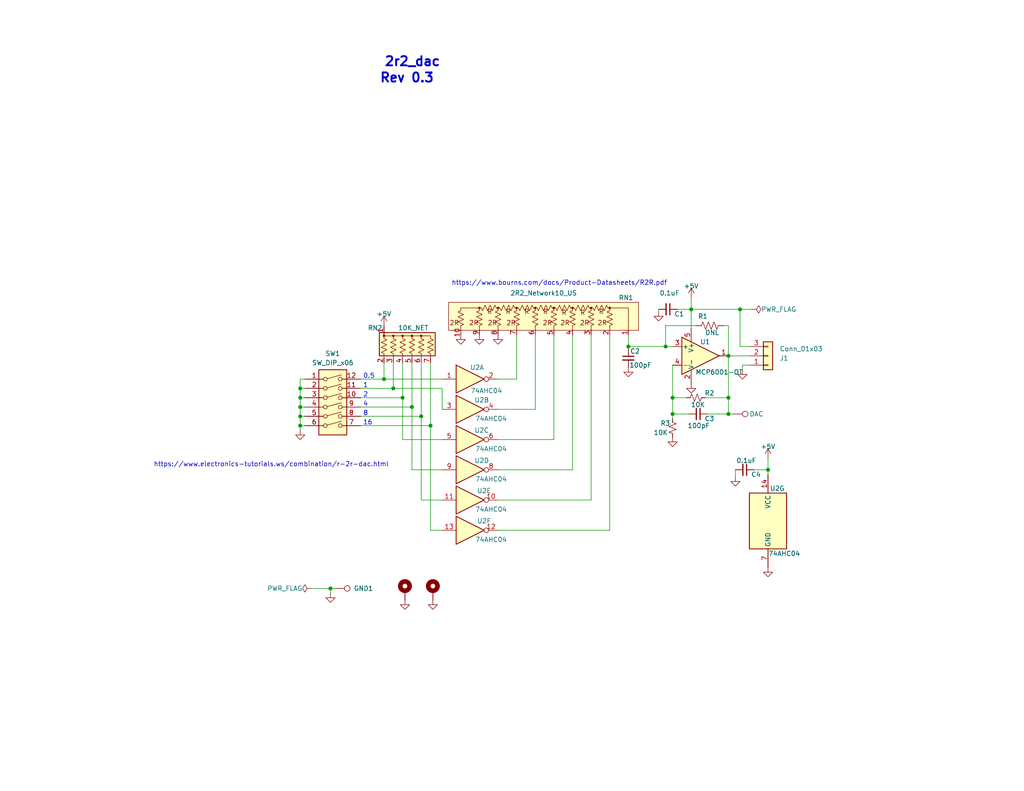
<source format=kicad_sch>
(kicad_sch (version 20230121) (generator eeschema)
  (paper "USLetter")
  (title_block (title "2r2_dac") (date "2023-08-03") (rev "0.3"))
  (lib_symbols
    (symbol "2R2_net_1" (pin_names (offset 0) hide)
      (property "Reference" "RN" (at -0.254 7.112 0))
      (property "Value" "2R2_Network10_US" (at -8.382 2.032 90))
      (symbol "2R2_net_1_0_1"
        (rectangle (start -4.826 6.604) (end -4.826 6.604))
        (polyline (pts (xy -2.54 -1.27) (xy -2.54 4.826) (xy 2.54 4.826)))
        (polyline (pts (xy 38.862 4.826) (xy 43.18 4.826) (xy 42.926 4.826)))
        (polyline (pts (xy 2.286 4.826) (xy 3.048 4.826) (xy 3.4036 5.588) (xy 4.064 4.064) (xy 4.7244 5.588) (xy 5.588 4.064) (xy 6.096 5.588) (xy 6.7564 4.064) (xy 7.112 4.826) (xy 7.62 4.826)))
        (polyline (pts (xy 2.54 4.826) (xy 2.54 4.064) (xy 3.302 3.7084) (xy 1.778 3.048) (xy 3.302 2.3876) (xy 1.778 1.7018) (xy 3.302 1.016) (xy 1.778 0.3556) (xy 2.54 0) (xy 2.54 -1.27)))
        (polyline (pts (xy 7.366 4.826) (xy 8.128 4.826) (xy 8.4836 5.588) (xy 9.144 4.064) (xy 9.8044 5.588) (xy 10.4902 4.064) (xy 11.176 5.588) (xy 11.8364 4.064) (xy 12.192 4.826) (xy 13.208 4.826)))
        (polyline (pts (xy 7.62 4.826) (xy 7.62 4.064) (xy 8.382 3.7084) (xy 6.858 3.048) (xy 8.382 2.3876) (xy 6.858 1.7018) (xy 8.382 1.016) (xy 6.858 0.3556) (xy 7.62 0) (xy 7.62 -1.27)))
        (polyline (pts (xy 12.446 4.826) (xy 13.208 4.826) (xy 13.5636 5.588) (xy 14.224 4.064) (xy 14.8844 5.588) (xy 15.5702 4.064) (xy 16.256 5.588) (xy 16.9164 4.064) (xy 17.272 4.826) (xy 18.288 4.826)))
        (polyline (pts (xy 12.7 4.826) (xy 12.7 4.064) (xy 13.462 3.7084) (xy 11.938 3.048) (xy 13.462 2.3876) (xy 11.938 1.7018) (xy 13.462 1.016) (xy 11.938 0.3556) (xy 12.7 0) (xy 12.7 -1.27)))
        (polyline (pts (xy 17.526 4.826) (xy 18.288 4.826) (xy 18.6436 5.588) (xy 19.304 4.064) (xy 19.9644 5.588) (xy 20.6502 4.064) (xy 21.336 5.588) (xy 21.9964 4.064) (xy 22.352 4.826) (xy 22.86 4.826)))
        (polyline (pts (xy 17.78 4.826) (xy 17.78 4.064) (xy 18.542 3.7084) (xy 17.018 3.048) (xy 18.542 2.3876) (xy 17.018 1.7018) (xy 18.542 1.016) (xy 17.018 0.3556) (xy 17.78 0) (xy 17.78 -1.27)))
        (polyline (pts (xy 22.606 4.826) (xy 23.368 4.826) (xy 23.7236 5.588) (xy 24.384 4.064) (xy 25.0444 5.588) (xy 25.7302 4.064) (xy 26.416 5.588) (xy 27.0764 4.064) (xy 27.432 4.826) (xy 27.94 4.826)))
        (polyline (pts (xy 22.86 4.826) (xy 22.86 4.064) (xy 23.622 3.7084) (xy 22.098 3.048) (xy 23.622 2.3876) (xy 22.098 1.7018) (xy 23.622 1.016) (xy 22.098 0.3556) (xy 22.86 0) (xy 22.86 -1.27)))
        (polyline (pts (xy 27.686 4.826) (xy 28.448 4.826) (xy 28.8036 5.588) (xy 29.464 4.064) (xy 30.1244 5.588) (xy 30.8102 4.064) (xy 31.496 5.588) (xy 32.1564 4.064) (xy 32.512 4.826) (xy 33.02 4.826)))
        (polyline (pts (xy 27.94 4.826) (xy 27.94 4.064) (xy 28.702 3.7084) (xy 27.178 3.048) (xy 28.702 2.3876) (xy 27.178 1.7018) (xy 28.702 1.016) (xy 27.178 0.3556) (xy 27.94 0) (xy 27.94 -1.27)))
        (polyline (pts (xy 32.766 4.826) (xy 33.528 4.826) (xy 33.8836 5.588) (xy 34.544 4.064) (xy 35.2044 5.588) (xy 35.8902 4.064) (xy 36.576 5.588) (xy 37.2364 4.064) (xy 37.592 4.826) (xy 38.862 4.826)))
        (polyline (pts (xy 33.02 4.826) (xy 33.02 4.064) (xy 33.782 3.7084) (xy 32.258 3.048) (xy 33.782 2.3876) (xy 32.258 1.7018) (xy 33.782 1.016) (xy 32.258 0.3556) (xy 33.02 0) (xy 33.02 -1.27)))
        (polyline (pts (xy 38.1 4.826) (xy 38.1 4.064) (xy 38.862 3.7084) (xy 37.338 3.048) (xy 38.862 2.3876) (xy 37.338 1.7018) (xy 38.862 1.016) (xy 37.338 0.3556) (xy 38.1 0) (xy 38.1 -1.27)))
        (polyline (pts (xy 43.18 4.826) (xy 43.18 4.064) (xy 43.942 3.7084) (xy 42.418 3.048) (xy 43.942 2.3876) (xy 42.418 1.7018) (xy 43.942 1.016) (xy 42.418 0.3556) (xy 43.18 0) (xy 43.18 -1.27)))
        (circle (center 2.54 4.826) (radius 0.254) (fill (type outline)))
        (circle (center 7.62 4.826) (radius 0.254) (fill (type outline)))
        (circle (center 12.7 4.826) (radius 0.254) (fill (type outline)))
        (circle (center 17.78 4.826) (radius 0.254) (fill (type outline)))
        (circle (center 22.86 4.826) (radius 0.254) (fill (type outline)))
        (circle (center 27.94 4.826) (radius 0.254) (fill (type outline)))
        (circle (center 33.02 4.826) (radius 0.254) (fill (type outline)))
        (circle (center 38.1 4.826) (radius 0.254) (fill (type outline)))
      )
      (symbol "2R2_net_1_1_0"
        (pin passive line (at 2.54 -2.54 90) (length 1.27) (name "MSB_1") (number "2"))
      )
      (symbol "2R2_net_1_1_1"
        (rectangle (start -5.334 6.35) (end 46.482 -1.27) (fill (type background)))
        (text "2R" (at 4.572 0.762 0) (effects (font (size 1.27 1.27))))
        (text "2R" (at 9.398 0.762 0) (effects (font (size 1.27 1.27))))
        (text "2R" (at 14.732 0.762 0) (effects (font (size 1.27 1.27))))
        (text "2R" (at 19.558 0.762 0) (effects (font (size 1.27 1.27))))
        (text "2R" (at 29.464 0.762 0) (effects (font (size 1.27 1.27))))
        (text "2R" (at 34.544 0.762 0) (effects (font (size 1.27 1.27))))
        (text "2R" (at 39.624 0.762 0) (effects (font (size 1.27 1.27))))
        (text "2R" (at 44.958 0.762 0) (effects (font (size 1.27 1.27))))
        (text "R" (at 4.826 3.81 0) (effects (font (size 1.27 1.27))))
        (text "R" (at 9.906 3.556 0) (effects (font (size 1.27 1.27))))
        (text "R" (at 14.986 3.556 0) (effects (font (size 1.27 1.27))))
        (text "R" (at 20.066 3.81 0) (effects (font (size 1.27 1.27))))
        (text "R" (at 25.146 3.81 0) (effects (font (size 1.27 1.27))))
        (text "R" (at 30.226 3.81 0) (effects (font (size 1.27 1.27))))
        (text "R" (at 35.306 3.81 0) (effects (font (size 1.27 1.27))))
        (pin input line (at -2.54 -2.54 90) (length 1.27) (name "BIT_OUT") (number "1"))
        (pin passive line (at 43.18 -2.54 90) (length 1.27) (name "R10") (number "10"))
        (pin passive line (at 7.62 -2.54 90) (length 1.27) (name "2") (number "3"))
        (pin passive line (at 12.7 -2.54 90) (length 1.27) (name "R3") (number "4"))
        (pin passive line (at 17.78 -2.54 90) (length 1.27) (name "R4") (number "5"))
        (pin passive line (at 22.86 -2.54 90) (length 1.27) (name "R5") (number "6"))
        (pin passive line (at 27.94 -2.54 90) (length 1.27) (name "R6") (number "7"))
        (pin passive line (at 33.02 -2.54 90) (length 1.27) (name "R7") (number "8"))
        (pin passive line (at 38.1 -2.54 90) (length 1.27) (name "R8") (number "9"))
      )
    )
    (symbol "74xx:74AHC04"
      (property "Reference" "U" (at 0 1.27 0))
      (property "Value" "74AHC04" (at 0 -1.27 0))
      (symbol "74AHC04_1_0"
        (polyline (pts (xy -3.81 3.81) (xy -3.81 -3.81) (xy 3.81 0) (xy -3.81 3.81)) (stroke (width 0.254)) (fill (type background)))
        (pin input line (at -7.62 0 0) (length 3.81) (name "~") (number "1"))
        (pin output inverted (at 7.62 0 180) (length 3.81) (name "~") (number "2"))
      )
      (symbol "74AHC04_2_0"
        (polyline (pts (xy -3.81 3.81) (xy -3.81 -3.81) (xy 3.81 0) (xy -3.81 3.81)) (stroke (width 0.254)) (fill (type background)))
        (pin input line (at -7.62 0 0) (length 3.81) (name "~") (number "3"))
        (pin output inverted (at 7.62 0 180) (length 3.81) (name "~") (number "4"))
      )
      (symbol "74AHC04_3_0"
        (polyline (pts (xy -3.81 3.81) (xy -3.81 -3.81) (xy 3.81 0) (xy -3.81 3.81)) (stroke (width 0.254)) (fill (type background)))
        (pin input line (at -7.62 0 0) (length 3.81) (name "~") (number "5"))
        (pin output inverted (at 7.62 0 180) (length 3.81) (name "~") (number "6"))
      )
      (symbol "74AHC04_4_0"
        (polyline (pts (xy -3.81 3.81) (xy -3.81 -3.81) (xy 3.81 0) (xy -3.81 3.81)) (stroke (width 0.254)) (fill (type background)))
        (pin output inverted (at 7.62 0 180) (length 3.81) (name "~") (number "8"))
        (pin input line (at -7.62 0 0) (length 3.81) (name "~") (number "9"))
      )
      (symbol "74AHC04_5_0"
        (polyline (pts (xy -3.81 3.81) (xy -3.81 -3.81) (xy 3.81 0) (xy -3.81 3.81)) (stroke (width 0.254)) (fill (type background)))
        (pin output inverted (at 7.62 0 180) (length 3.81) (name "~") (number "10"))
        (pin input line (at -7.62 0 0) (length 3.81) (name "~") (number "11"))
      )
      (symbol "74AHC04_6_0"
        (polyline (pts (xy -3.81 3.81) (xy -3.81 -3.81) (xy 3.81 0) (xy -3.81 3.81)) (stroke (width 0.254)) (fill (type background)))
        (pin output inverted (at 7.62 0 180) (length 3.81) (name "~") (number "12"))
        (pin input line (at -7.62 0 0) (length 3.81) (name "~") (number "13"))
      )
      (symbol "74AHC04_7_0"
        (pin power_in line (at 0 12.7 270) (length 5.08) (name "VCC") (number "14"))
        (pin power_in line (at 0 -12.7 90) (length 5.08) (name "GND") (number "7"))
      )
      (symbol "74AHC04_7_1"
        (rectangle (start -5.08 7.62) (end 5.08 -7.62) (stroke (width 0.254)) (fill (type background)))
      )
    )
    (symbol "Amplifier_Operational:MCP6001-OT" (pin_names (offset 0.127))
      (property "Reference" "U" (at -1.27 6.35 0))
      (property "Value" "MCP6001-OT" (at -1.27 3.81 0))
      (symbol "MCP6001-OT_0_1"
        (polyline (pts (xy -5.08 5.08) (xy 5.08 0) (xy -5.08 -5.08) (xy -5.08 5.08)) (stroke (width 0.254)) (fill (type background)))
        (pin power_in line (at -2.54 -7.62 90) (length 3.81) (name "V-") (number "2"))
        (pin power_in line (at -2.54 7.62 270) (length 3.81) (name "V+") (number "5"))
      )
      (symbol "MCP6001-OT_1_1"
        (pin output line (at 7.62 0 180) (length 2.54) (name "~") (number "1"))
        (pin input line (at -7.62 2.54 0) (length 2.54) (name "+") (number "3"))
        (pin input line (at -7.62 -2.54 0) (length 2.54) (name "-") (number "4"))
      )
    )
    (symbol "Connector:TestPoint" (pin_numbers hide) (pin_names (offset 0.762) hide)
      (property "Reference" "TP" (at 0 6.858 0))
      (property "Value" "TestPoint" (at 0 5.08 0))
      (symbol "TestPoint_0_1"
        (circle (center 0 3.302) (radius 0.762))
      )
      (symbol "TestPoint_1_1"
        (pin passive line (at 0 0 90) (length 2.54) (name "1") (number "1"))
      )
    )
    (symbol "Connector_Generic:Conn_01x03" (pin_names (offset 1.016) hide)
      (property "Reference" "J" (at 0 5.08 0))
      (property "Value" "Conn_01x03" (at 0 -5.08 0))
      (symbol "Conn_01x03_1_1"
        (rectangle (start -1.27 -2.413) (end 0 -2.667) (stroke (width 0.1524)))
        (rectangle (start -1.27 0.127) (end 0 -0.127) (stroke (width 0.1524)))
        (rectangle (start -1.27 2.667) (end 0 2.413) (stroke (width 0.1524)))
        (rectangle (start -1.27 3.81) (end 1.27 -3.81) (stroke (width 0.254)) (fill (type background)))
        (pin passive line (at -5.08 2.54 0) (length 3.81) (name "Pin_1") (number "1"))
        (pin passive line (at -5.08 0 0) (length 3.81) (name "Pin_2") (number "2"))
        (pin passive line (at -5.08 -2.54 0) (length 3.81) (name "Pin_3") (number "3"))
      )
    )
    (symbol "Device:C_Small" (pin_numbers hide) (pin_names (offset 0.254) hide)
      (property "Reference" "C" (at 0.254 1.778 0))
      (property "Value" "C_Small" (at 0.254 -2.032 0))
      (symbol "C_Small_0_1"
        (polyline (pts (xy -1.524 -0.508) (xy 1.524 -0.508)) (stroke (width 0.3302)))
        (polyline (pts (xy -1.524 0.508) (xy 1.524 0.508)) (stroke (width 0.3048)))
      )
      (symbol "C_Small_1_1"
        (pin passive line (at 0 2.54 270) (length 2.032) (name "~") (number "1"))
        (pin passive line (at 0 -2.54 90) (length 2.032) (name "~") (number "2"))
      )
    )
    (symbol "Device:R_Network06_US" (pin_names (offset 0) hide)
      (property "Reference" "RN" (at -10.16 0 90))
      (property "Value" "R_Network06_US" (at 7.62 0 90))
      (symbol "R_Network06_US_0_1"
        (rectangle (start -8.89 -3.175) (end 6.35 3.175) (stroke (width 0.254)) (fill (type background)))
        (circle (center -7.62 2.286) (radius 0.254) (fill (type outline)))
        (circle (center -5.08 2.286) (radius 0.254) (fill (type outline)))
        (circle (center -2.54 2.286) (radius 0.254) (fill (type outline)))
        (polyline (pts (xy -7.62 2.286) (xy 5.08 2.286)))
        (polyline (pts (xy -7.62 2.286) (xy -7.62 1.524) (xy -6.858 1.1684) (xy -8.382 0.508) (xy -6.858 -0.1524) (xy -8.382 -0.8382) (xy -6.858 -1.524) (xy -8.382 -2.1844) (xy -7.62 -2.54) (xy -7.62 -3.81)))
        (polyline (pts (xy -5.08 2.286) (xy -5.08 1.524) (xy -4.318 1.1684) (xy -5.842 0.508) (xy -4.318 -0.1524) (xy -5.842 -0.8382) (xy -4.318 -1.524) (xy -5.842 -2.1844) (xy -5.08 -2.54) (xy -5.08 -3.81)))
        (polyline (pts (xy -2.54 2.286) (xy -2.54 1.524) (xy -1.778 1.1684) (xy -3.302 0.508) (xy -1.778 -0.1524) (xy -3.302 -0.8382) (xy -1.778 -1.524) (xy -3.302 -2.1844) (xy -2.54 -2.54) (xy -2.54 -3.81)))
        (polyline (pts (xy 0 2.286) (xy 0 1.524) (xy 0.762 1.1684) (xy -0.762 0.508) (xy 0.762 -0.1524) (xy -0.762 -0.8382) (xy 0.762 -1.524) (xy -0.762 -2.1844) (xy 0 -2.54) (xy 0 -3.81)))
        (polyline (pts (xy 2.54 2.286) (xy 2.54 1.524) (xy 3.302 1.1684) (xy 1.778 0.508) (xy 3.302 -0.1524) (xy 1.778 -0.8382) (xy 3.302 -1.524) (xy 1.778 -2.1844) (xy 2.54 -2.54) (xy 2.54 -3.81)))
        (polyline (pts (xy 5.08 2.286) (xy 5.08 1.524) (xy 5.842 1.1684) (xy 4.318 0.508) (xy 5.842 -0.1524) (xy 4.318 -0.8382) (xy 5.842 -1.524) (xy 4.318 -2.1844) (xy 5.08 -2.54) (xy 5.08 -3.81)))
        (circle (center 0 2.286) (radius 0.254) (fill (type outline)))
        (circle (center 2.54 2.286) (radius 0.254) (fill (type outline)))
      )
      (symbol "R_Network06_US_1_1"
        (pin passive line (at -7.62 5.08 270) (length 2.54) (name "common") (number "1"))
        (pin passive line (at -7.62 -5.08 90) (length 1.27) (name "R1") (number "2"))
        (pin passive line (at -5.08 -5.08 90) (length 1.27) (name "R2") (number "3"))
        (pin passive line (at -2.54 -5.08 90) (length 1.27) (name "R3") (number "4"))
        (pin passive line (at 0 -5.08 90) (length 1.27) (name "R4") (number "5"))
        (pin passive line (at 2.54 -5.08 90) (length 1.27) (name "R5") (number "6"))
        (pin passive line (at 5.08 -5.08 90) (length 1.27) (name "R6") (number "7"))
      )
    )
    (symbol "Device:R_Small_US" (pin_numbers hide) (pin_names (offset 0.254) hide)
      (property "Reference" "R" (at 0.762 0.508 0))
      (property "Value" "R_Small_US" (at 0.762 -1.016 0))
      (symbol "R_Small_US_1_1"
        (polyline (pts (xy 0 0) (xy 1.016 -0.381) (xy 0 -0.762) (xy -1.016 -1.143) (xy 0 -1.524)))
        (polyline (pts (xy 0 1.524) (xy 1.016 1.143) (xy 0 0.762) (xy -1.016 0.381) (xy 0 0)))
        (pin passive line (at 0 2.54 270) (length 1.016) (name "~") (number "1"))
        (pin passive line (at 0 -2.54 90) (length 1.016) (name "~") (number "2"))
      )
    )
    (symbol "Device:R_US" (pin_numbers hide) (pin_names (offset 0))
      (property "Reference" "R" (at 2.54 0 90))
      (property "Value" "R_US" (at -2.54 0 90))
      (symbol "R_US_0_1"
        (polyline (pts (xy 0 -2.286) (xy 0 -2.54)))
        (polyline (pts (xy 0 2.286) (xy 0 2.54)))
        (polyline (pts (xy 0 -0.762) (xy 1.016 -1.143) (xy 0 -1.524) (xy -1.016 -1.905) (xy 0 -2.286)))
        (polyline (pts (xy 0 0.762) (xy 1.016 0.381) (xy 0 0) (xy -1.016 -0.381) (xy 0 -0.762)))
        (polyline (pts (xy 0 2.286) (xy 1.016 1.905) (xy 0 1.524) (xy -1.016 1.143) (xy 0 0.762)))
      )
      (symbol "R_US_1_1"
        (pin passive line (at 0 3.81 270) (length 1.27) (name "~") (number "1"))
        (pin passive line (at 0 -3.81 90) (length 1.27) (name "~") (number "2"))
      )
    )
    (symbol "Mechanical:MountingHole_Pad" (pin_numbers hide) (pin_names (offset 1.016) hide)
      (property "Reference" "H" (at 0 6.35 0))
      (property "Value" "MountingHole_Pad" (at 0 4.445 0))
      (symbol "MountingHole_Pad_0_1"
        (circle (center 0 1.27) (radius 1.27) (stroke (width 1.27)))
      )
      (symbol "MountingHole_Pad_1_1"
        (pin input line (at 0 -2.54 90) (length 2.54) (name "1") (number "1"))
      )
    )
    (symbol "Switch:SW_DIP_x06" (pin_names (offset 0) hide)
      (property "Reference" "SW" (at 0 11.43 0))
      (property "Value" "SW_DIP_x06" (at 0 -8.89 0))
      (symbol "SW_DIP_x06_0_0"
        (circle (center -2.032 -5.08) (radius 0.508))
        (circle (center -2.032 -2.54) (radius 0.508))
        (circle (center -2.032 0) (radius 0.508))
        (circle (center -2.032 2.54) (radius 0.508))
        (circle (center -2.032 5.08) (radius 0.508))
        (circle (center -2.032 7.62) (radius 0.508))
        (polyline (pts (xy -1.524 -4.9276) (xy 2.3622 -3.8862)))
        (polyline (pts (xy -1.524 -2.3876) (xy 2.3622 -1.3462)))
        (polyline (pts (xy -1.524 0.127) (xy 2.3622 1.1684)))
        (polyline (pts (xy -1.524 2.667) (xy 2.3622 3.7084)))
        (polyline (pts (xy -1.524 5.207) (xy 2.3622 6.2484)))
        (polyline (pts (xy -1.524 7.747) (xy 2.3622 8.7884)))
        (circle (center 2.032 -5.08) (radius 0.508))
        (circle (center 2.032 -2.54) (radius 0.508))
        (circle (center 2.032 0) (radius 0.508))
        (circle (center 2.032 2.54) (radius 0.508))
        (circle (center 2.032 5.08) (radius 0.508))
        (circle (center 2.032 7.62) (radius 0.508))
      )
      (symbol "SW_DIP_x06_0_1"
        (rectangle (start -3.81 10.16) (end 3.81 -7.62) (stroke (width 0.254)) (fill (type background)))
      )
      (symbol "SW_DIP_x06_1_1"
        (pin passive line (at -7.62 7.62 0) (length 5.08) (name "~") (number "1"))
        (pin passive line (at 7.62 2.54 180) (length 5.08) (name "~") (number "10"))
        (pin passive line (at 7.62 5.08 180) (length 5.08) (name "~") (number "11"))
        (pin passive line (at 7.62 7.62 180) (length 5.08) (name "~") (number "12"))
        (pin passive line (at -7.62 5.08 0) (length 5.08) (name "~") (number "2"))
        (pin passive line (at -7.62 2.54 0) (length 5.08) (name "~") (number "3"))
        (pin passive line (at -7.62 0 0) (length 5.08) (name "~") (number "4"))
        (pin passive line (at -7.62 -2.54 0) (length 5.08) (name "~") (number "5"))
        (pin passive line (at -7.62 -5.08 0) (length 5.08) (name "~") (number "6"))
        (pin passive line (at 7.62 -5.08 180) (length 5.08) (name "~") (number "7"))
        (pin passive line (at 7.62 -2.54 180) (length 5.08) (name "~") (number "8"))
        (pin passive line (at 7.62 0 180) (length 5.08) (name "~") (number "9"))
      )
    )
    (symbol "power:+5V" (power) (pin_names (offset 0))
      (property "Value" "+5V" (at 0 3.556 0))
      (symbol "+5V_0_1"
        (polyline (pts (xy -0.762 1.27) (xy 0 2.54)))
        (polyline (pts (xy 0 0) (xy 0 2.54)))
        (polyline (pts (xy 0 2.54) (xy 0.762 1.27)))
      )
      (symbol "+5V_1_1"
        (pin power_in line (at 0 0 90) (length 0) hide (name "+5V") (number "1"))
      )
    )
    (symbol "power:GND" (power) (pin_names (offset 0))
      (property "Value" "GND" (at 0 -3.81 0))
      (symbol "GND_0_1"
        (polyline (pts (xy 0 0) (xy 0 -1.27) (xy 1.27 -1.27) (xy 0 -2.54) (xy -1.27 -1.27) (xy 0 -1.27)))
      )
      (symbol "GND_1_1"
        (pin power_in line (at 0 0 270) (length 0) hide (name "GND") (number "1"))
      )
    )
    (symbol "power:PWR_FLAG" (power) (pin_numbers hide) (pin_names (offset 0) hide)
      (property "Value" "PWR_FLAG" (at 0 3.81 0))
      (symbol "PWR_FLAG_0_0"
        (pin power_out line (at 0 0 90) (length 0) (name "pwr") (number "1"))
      )
      (symbol "PWR_FLAG_0_1"
        (polyline (pts (xy 0 0) (xy 0 1.27) (xy -1.016 1.905) (xy 0 2.54) (xy 1.016 1.905) (xy 0 1.27)))
      )
    )
  )
  (junction (at 171.45 94.615))
  (junction (at 114.935 113.665))
  (junction (at 90.17 160.655))
  (junction (at 81.915 116.205))
  (junction (at 181.61 94.615))
  (junction (at 81.915 113.665))
  (junction (at 201.93 84.455))
  (junction (at 198.755 113.03))
  (junction (at 81.915 108.585))
  (junction (at 104.775 103.505))
  (junction (at 209.55 128.27))
  (junction (at 117.475 116.205))
  (junction (at 198.755 108.585))
  (junction (at 81.915 106.045))
  (junction (at 109.855 108.585))
  (junction (at 198.755 97.155))
  (junction (at 183.515 108.585))
  (junction (at 107.315 106.045))
  (junction (at 112.395 111.125))
  (junction (at 183.515 113.03))
  (junction (at 188.595 84.455))
  (junction (at 81.915 111.125))
  (wire (pts (xy 81.915 113.665) (xy 81.915 116.205)))
  (wire (pts (xy 135.89 136.525) (xy 161.29 136.525)))
  (wire (pts (xy 192.405 108.585) (xy 198.755 108.585)))
  (wire (pts (xy 166.37 91.44) (xy 166.37 144.78)))
  (wire (pts (xy 171.45 94.615) (xy 171.45 95.25)))
  (wire (pts (xy 135.89 120.015) (xy 151.13 120.015)))
  (wire (pts (xy 205.74 128.27) (xy 209.55 128.27)))
  (wire (pts (xy 135.89 111.76) (xy 146.05 111.76)))
  (wire (pts (xy 146.05 91.44) (xy 146.05 111.76)))
  (wire (pts (xy 183.515 113.03) (xy 183.515 114.3)))
  (wire (pts (xy 98.425 111.125) (xy 112.395 111.125)))
  (wire (pts (xy 135.89 103.505) (xy 140.97 103.505)))
  (wire (pts (xy 183.515 108.585) (xy 183.515 113.03)))
  (wire (pts (xy 81.915 108.585) (xy 83.185 108.585)))
  (wire (pts (xy 187.325 108.585) (xy 183.515 108.585)))
  (wire (pts (xy 198.755 97.155) (xy 204.47 97.155)))
  (wire (pts (xy 114.935 99.06) (xy 114.935 113.665)))
  (wire (pts (xy 98.425 106.045) (xy 107.315 106.045)))
  (wire (pts (xy 171.45 91.44) (xy 171.45 94.615)))
  (wire (pts (xy 201.93 84.455) (xy 205.105 84.455)))
  (wire (pts (xy 197.485 88.9) (xy 198.755 88.9)))
  (wire (pts (xy 109.855 99.06) (xy 109.855 108.585)))
  (wire (pts (xy 204.47 99.695) (xy 202.565 99.695)))
  (wire (pts (xy 98.425 113.665) (xy 114.935 113.665)))
  (wire (pts (xy 117.475 99.06) (xy 117.475 116.205)))
  (wire (pts (xy 202.565 99.695) (xy 202.565 100.965)))
  (wire (pts (xy 117.475 144.78) (xy 120.65 144.78)))
  (wire (pts (xy 81.915 116.205) (xy 81.915 117.475)))
  (wire (pts (xy 112.395 99.06) (xy 112.395 111.125)))
  (wire (pts (xy 81.915 111.125) (xy 83.185 111.125)))
  (wire (pts (xy 171.45 94.615) (xy 181.61 94.615)))
  (wire (pts (xy 90.17 160.655) (xy 90.17 161.925)))
  (wire (pts (xy 140.97 91.44) (xy 140.97 103.505)))
  (wire (pts (xy 104.775 103.505) (xy 120.65 103.505)))
  (wire (pts (xy 91.44 160.655) (xy 90.17 160.655)))
  (wire (pts (xy 112.395 128.27) (xy 120.65 128.27)))
  (wire (pts (xy 198.755 113.03) (xy 198.755 108.585)))
  (wire (pts (xy 81.915 116.205) (xy 83.185 116.205)))
  (wire (pts (xy 161.29 91.44) (xy 161.29 136.525)))
  (wire (pts (xy 81.915 111.125) (xy 81.915 113.665)))
  (wire (pts (xy 189.865 88.9) (xy 181.61 88.9)))
  (wire (pts (xy 81.915 113.665) (xy 83.185 113.665)))
  (wire (pts (xy 193.04 113.03) (xy 198.755 113.03)))
  (wire (pts (xy 183.515 108.585) (xy 183.515 99.695)))
  (wire (pts (xy 107.315 99.06) (xy 107.315 106.045)))
  (wire (pts (xy 81.915 106.045) (xy 81.915 108.585)))
  (wire (pts (xy 135.89 144.78) (xy 166.37 144.78)))
  (wire (pts (xy 98.425 103.505) (xy 104.775 103.505)))
  (wire (pts (xy 198.755 88.9) (xy 198.755 97.155)))
  (wire (pts (xy 98.425 108.585) (xy 109.855 108.585)))
  (wire (pts (xy 120.65 111.76) (xy 120.65 106.045)))
  (wire (pts (xy 81.915 108.585) (xy 81.915 111.125)))
  (wire (pts (xy 183.515 113.03) (xy 187.96 113.03)))
  (wire (pts (xy 156.21 91.44) (xy 156.21 128.27)))
  (wire (pts (xy 104.775 99.06) (xy 104.775 103.505)))
  (wire (pts (xy 109.855 120.015) (xy 120.65 120.015)))
  (wire (pts (xy 114.935 113.665) (xy 114.935 136.525)))
  (wire (pts (xy 83.185 103.505) (xy 81.915 103.505)))
  (wire (pts (xy 114.935 136.525) (xy 120.65 136.525)))
  (wire (pts (xy 188.595 81.28) (xy 188.595 84.455)))
  (wire (pts (xy 188.595 84.455) (xy 188.595 89.535)))
  (wire (pts (xy 209.55 128.27) (xy 209.55 129.54)))
  (wire (pts (xy 81.915 106.045) (xy 83.185 106.045)))
  (wire (pts (xy 198.755 108.585) (xy 198.755 97.155)))
  (wire (pts (xy 109.855 108.585) (xy 109.855 120.015)))
  (wire (pts (xy 201.93 84.455) (xy 201.93 94.615)))
  (wire (pts (xy 181.61 88.9) (xy 181.61 94.615)))
  (wire (pts (xy 184.785 84.455) (xy 188.595 84.455)))
  (wire (pts (xy 135.89 128.27) (xy 156.21 128.27)))
  (wire (pts (xy 179.705 84.455) (xy 179.705 85.09)))
  (wire (pts (xy 188.595 84.455) (xy 201.93 84.455)))
  (wire (pts (xy 209.55 125.095) (xy 209.55 128.27)))
  (wire (pts (xy 85.09 160.655) (xy 90.17 160.655)))
  (wire (pts (xy 151.13 91.44) (xy 151.13 120.015)))
  (wire (pts (xy 181.61 94.615) (xy 183.515 94.615)))
  (wire (pts (xy 201.93 94.615) (xy 204.47 94.615)))
  (wire (pts (xy 107.315 106.045) (xy 120.65 106.045)))
  (wire (pts (xy 117.475 116.205) (xy 117.475 144.78)))
  (wire (pts (xy 198.755 113.03) (xy 200.025 113.03)))
  (wire (pts (xy 98.425 116.205) (xy 117.475 116.205)))
  (wire (pts (xy 112.395 111.125) (xy 112.395 128.27)))
  (wire (pts (xy 81.915 103.505) (xy 81.915 106.045)))
  (wire (pts (xy 200.66 128.27) (xy 200.66 130.175)))
  (text "0.5" (at 99.06 103.505 0) (effects (font (size 1.27 1.27)) (justify left bottom)))
  (text "https://www.bourns.com/docs/Product-Datasheets/R2R.pdf" (at 123.19 78.105 0) (effects (font (size 1.27 1.27)) (justify left bottom)))
  (text "2r2_dac" (at 104.775 18.415 0) (effects (font (size 2.5 2.5) (thickness 0.5) bold) (justify left bottom)))
  (text "Rev 0.3" (at 103.505 22.86 0) (effects (font (size 2.5 2.5) bold) (justify left bottom)))
  (text "https://www.electronics-tutorials.ws/combination/r-2r-dac.html" (at 41.91 127.635 0) (effects (font (size 1.27 1.27)) (justify left bottom)))
  (text "1" (at 99.06 106.045 0) (effects (font (size 1.27 1.27)) (justify left bottom)))
  (text "2" (at 99.06 108.585 0) (effects (font (size 1.27 1.27)) (justify left bottom)))
  (text "16" (at 99.06 116.205 0) (effects (font (size 1.27 1.27)) (justify left bottom)))
  (text "4" (at 99.06 111.125 0) (effects (font (size 1.27 1.27)) (justify left bottom)))
  (text "8" (at 99.06 113.665 0) (effects (font (size 1.27 1.27)) (justify left bottom)))
  (symbol (lib_id "74xx:74AHC04") (at 209.55 142.24 0) (unit 7)
    (property "Reference" "U2" (at 212.09 133.35 0))
    (property "Value" "74AHC04" (at 213.995 151.13 0))
    (property "Footprint" "Package_SO:SOIC-14_3.9x8.7mm_P1.27mm" (effects hide))
    (property "Datasheet" "https://assets.nexperia.com/documents/data-sheet/74AHC_AHCT04.pdf" (effects hide))
  )
  (symbol (lib_id "Connector:TestPoint") (at 200.025 113.03 270) (unit 1) (in_bom no)
    (property "Reference" "DAC1" (effects hide))
    (property "Value" "DAC" (at 204.47 113.03 90) (effects (justify left)))
    (property "Footprint" "TestPoint:TestPoint_THTPad_D2.0mm_Drill1.0mm" (effects hide))
  )
  (symbol (lib_id "power:+5V") (at 104.775 88.9 0) (unit 1)
    (property "Reference" "#PWR03" (effects hide))
    (property "Value" "+5V" (at 104.775 85.725 0))
  )
  (symbol (lib_id "power:PWR_FLAG") (at 85.09 160.655 90) (unit 1)
    (property "Reference" "#FLG02" (effects hide))
    (property "Value" "PWR_FLAG" (at 82.55 160.655 90) (effects (justify left)))
  )
  (symbol (lib_id "Device:R_Small_US") (at 183.515 116.84 180) (unit 1) (in_bom no)
    (property "Reference" "R3" (at 182.88 115.57 0) (effects (justify left)))
    (property "Value" "10K" (at 182.245 118.11 0) (effects (justify left)))
    (property "Footprint" "Resistor_SMD:R_0603_1608Metric_Pad0.98x0.95mm_HandSolder" (effects hide))
    (property "Description" " RES 10K OHM %1 1/10W 0603 SMD" (effects hide))
  )
  (symbol (lib_id "Mechanical:MountingHole_Pad") (at 110.49 161.29 0) (unit 1) (in_bom no)
    (property "Reference" "H1" (effects hide))
    (property "Value" "MountingHole_Pad" (effects hide))
    (property "Footprint" "MountingHole:MountingHole_2.7mm_M2.5_ISO14580_Pad" (effects hide))
  )
  (symbol (lib_id "Amplifier_Operational:MCP6001-OT") (at 191.135 97.155 0) (unit 1)
    (property "Reference" "U1" (at 192.405 93.345 0))
    (property "Value" "MCP6001-OT" (at 196.215 101.6 0))
    (property "Footprint" "Package_TO_SOT_SMD:SOT-23-5" (effects hide))
    (property "Datasheet" "http://ww1.microchip.com/downloads/en/DeviceDoc/21733j.pdf" (effects hide))
  )
  (symbol (lib_id "power:+5V") (at 188.595 81.28 0) (unit 1)
    (property "Reference" "#PWR01" (effects hide))
    (property "Value" "+5V" (at 188.595 78.105 0))
  )
  (symbol (lib_id "power:GND") (at 81.915 117.475 0) (unit 1)
    (property "Reference" "#PWR010" (effects hide))
    (property "Value" "GND" (effects hide))
  )
  (symbol (lib_id "power:GND") (at 125.73 91.44 0) (unit 1)
    (property "Reference" "#PWR04" (effects hide))
    (property "Value" "GND" (effects hide))
  )
  (symbol (lib_id "power:GND") (at 135.89 91.44 0) (unit 1)
    (property "Reference" "#PWR06" (effects hide))
    (property "Value" "GND" (effects hide))
  )
  (symbol (lib_id "74xx:74AHC04") (at 128.27 120.015 0) (unit 3)
    (property "Reference" "U2" (at 131.445 117.475 0))
    (property "Value" "74AHC04" (at 133.985 122.555 0))
    (property "Footprint" "Package_SO:SOIC-14_3.9x8.7mm_P1.27mm" (effects hide))
    (property "Datasheet" "https://assets.nexperia.com/documents/data-sheet/74AHC_AHCT04.pdf" (effects hide))
  )
  (symbol (lib_id "power:GND") (at 202.565 100.965 0) (unit 1)
    (property "Reference" "#PWR08" (effects hide))
    (property "Value" "GND" (effects hide))
  )
  (symbol (lib_id "power:GND") (at 130.81 91.44 0) (unit 1)
    (property "Reference" "#PWR05" (effects hide))
    (property "Value" "GND" (effects hide))
  )
  (symbol (lib_name "2R2_net_1") (lib_id "jerrys_Library:2R2_net") (at 168.91 88.9 0) (mirror y) (unit 1)
    (property "Reference" "RN1" (at 170.815 81.28 0))
    (property "Value" "2R2_Network10_US" (at 148.336 80.01 0))
    (property "Footprint" "Resistor_THT:R_Array_SIP10" (effects hide))
    (property "Datasheet" "https://www.bourns.com/docs/Product-Datasheets/R2R.pdf" (effects hide))
  )
  (symbol (lib_id "Device:C_Small") (at 171.45 97.79 0) (unit 1)
    (property "Reference" "C2" (at 174.625 95.885 0) (effects (justify right)))
    (property "Value" "100pF" (at 177.8 99.695 0) (effects (justify right)))
    (property "Footprint" "Capacitor_SMD:C_0603_1608Metric_Pad1.08x0.95mm_HandSolder" (effects hide))
    (property "Description" "CAP CER, 100pF, 25V, X7R, 0603" (effects hide))
    (property "Vendor" "Digikey" (effects hide))
    (property "Vendor #" "1276-1017-1-ND" (effects hide))
  )
  (symbol (lib_id "Device:R_US") (at 193.675 88.9 90) (unit 1)
    (property "Reference" "R1" (at 191.77 86.36 90))
    (property "Value" "DNL" (at 194.31 90.805 90))
    (property "Footprint" "Resistor_SMD:R_0603_1608Metric_Pad0.98x0.95mm_HandSolder" (effects hide))
  )
  (symbol (lib_id "power:+5V") (at 209.55 125.095 0) (unit 1)
    (property "Reference" "#PWR012" (effects hide))
    (property "Value" "+5V" (at 209.55 121.92 0))
  )
  (symbol (lib_id "Switch:SW_DIP_x06") (at 90.805 111.125 0) (unit 1)
    (property "Reference" "SW1" (at 90.805 96.52 0))
    (property "Value" "SW_DIP_x06" (at 90.805 99.06 0))
    (property "Footprint" "Package_DIP:DIP-12_W7.62mm" (effects hide))
  )
  (symbol (lib_id "power:GND") (at 209.55 154.94 0) (unit 1)
    (property "Reference" "#PWR014" (effects hide))
    (property "Value" "GND" (effects hide))
  )
  (symbol (lib_id "Mechanical:MountingHole_Pad") (at 118.11 161.29 0) (unit 1) (in_bom no)
    (property "Reference" "H2" (effects hide))
    (property "Value" "MountingHole_Pad" (effects hide))
    (property "Footprint" "MountingHole:MountingHole_2.7mm_M2.5_ISO14580_Pad" (effects hide))
  )
  (symbol (lib_id "power:GND") (at 200.66 130.175 0) (unit 1)
    (property "Reference" "#PWR013" (effects hide))
    (property "Value" "GND" (effects hide))
  )
  (symbol (lib_id "power:PWR_FLAG") (at 205.105 84.455 270) (mirror x) (unit 1)
    (property "Reference" "#FLG01" (effects hide))
    (property "Value" "PWR_FLAG" (at 207.645 84.455 90) (effects (justify left)))
  )
  (symbol (lib_id "Device:R_Small_US") (at 189.865 108.585 90) (unit 1) (in_bom no)
    (property "Reference" "R2" (at 194.945 107.315 90) (effects (justify left)))
    (property "Value" "10K" (at 192.405 110.49 90) (effects (justify left)))
    (property "Footprint" "Resistor_SMD:R_0603_1608Metric_Pad0.98x0.95mm_HandSolder" (effects hide))
    (property "Description" " RES 10K OHM %1 1/10W 0603 SMD" (effects hide))
  )
  (symbol (lib_id "power:GND") (at 183.515 119.38 0) (unit 1)
    (property "Reference" "#PWR011" (effects hide))
    (property "Value" "GND" (effects hide))
  )
  (symbol (lib_id "power:GND") (at 179.705 85.09 0) (unit 1)
    (property "Reference" "#PWR02" (effects hide))
    (property "Value" "GND" (effects hide))
  )
  (symbol (lib_id "74xx:74AHC04") (at 128.27 103.505 0) (unit 1)
    (property "Reference" "U2" (at 130.175 100.33 0))
    (property "Value" "74AHC04" (at 132.715 106.68 0))
    (property "Footprint" "Package_SO:SOIC-14_3.9x8.7mm_P1.27mm" (effects hide))
    (property "Datasheet" "https://assets.nexperia.com/documents/data-sheet/74AHC_AHCT04.pdf" (effects hide))
  )
  (symbol (lib_id "power:GND") (at 110.49 163.83 0) (unit 1)
    (property "Reference" "#PWR015" (effects hide))
    (property "Value" "GND" (effects hide))
  )
  (symbol (lib_id "74xx:74AHC04") (at 128.27 128.27 0) (unit 4)
    (property "Reference" "U2" (at 131.445 125.73 0))
    (property "Value" "74AHC04" (at 133.985 130.81 0))
    (property "Footprint" "Package_SO:SOIC-14_3.9x8.7mm_P1.27mm" (effects hide))
    (property "Datasheet" "https://assets.nexperia.com/documents/data-sheet/74AHC_AHCT04.pdf" (effects hide))
  )
  (symbol (lib_id "Connector:TestPoint") (at 91.44 160.655 270) (unit 1) (in_bom no)
    (property "Reference" "GND1" (effects hide))
    (property "Value" "GND1" (at 96.52 160.655 90) (effects (justify left)))
    (property "Footprint" "TestPoint:TestPoint_THTPad_D2.0mm_Drill1.0mm" (effects hide))
  )
  (symbol (lib_id "74xx:74AHC04") (at 128.27 111.76 0) (unit 2)
    (property "Reference" "U2" (at 131.445 109.22 0))
    (property "Value" "74AHC04" (at 133.985 114.3 0))
    (property "Footprint" "Package_SO:SOIC-14_3.9x8.7mm_P1.27mm" (effects hide))
    (property "Datasheet" "https://assets.nexperia.com/documents/data-sheet/74AHC_AHCT04.pdf" (effects hide))
  )
  (symbol (lib_id "power:GND") (at 118.11 163.83 0) (unit 1)
    (property "Reference" "#PWR016" (effects hide))
    (property "Value" "GND" (effects hide))
  )
  (symbol (lib_id "power:GND") (at 188.595 104.775 0) (unit 1)
    (property "Reference" "#PWR09" (effects hide))
    (property "Value" "GND" (effects hide))
  )
  (symbol (lib_id "74xx:74AHC04") (at 128.27 136.525 0) (unit 5)
    (property "Reference" "U2" (at 132.08 133.985 0))
    (property "Value" "74AHC04" (at 133.985 139.065 0))
    (property "Footprint" "Package_SO:SOIC-14_3.9x8.7mm_P1.27mm" (effects hide))
    (property "Datasheet" "https://assets.nexperia.com/documents/data-sheet/74AHC_AHCT04.pdf" (effects hide))
  )
  (symbol (lib_id "Device:C_Small") (at 190.5 113.03 270) (unit 1)
    (property "Reference" "C3" (at 194.945 114.3 90) (effects (justify right)))
    (property "Value" "100pF" (at 193.675 116.205 90) (effects (justify right)))
    (property "Footprint" "Capacitor_SMD:C_0603_1608Metric_Pad1.08x0.95mm_HandSolder" (effects hide))
    (property "Description" "CAP CER, 0.1uF, 25V, X7R, 0603" (effects hide))
    (property "Vendor" "Digikey" (effects hide))
    (property "Vendor #" "1276-1017-1-ND" (effects hide))
  )
  (symbol (lib_id "power:GND") (at 171.45 100.33 0) (unit 1)
    (property "Reference" "#PWR07" (effects hide))
    (property "Value" "GND" (effects hide))
  )
  (symbol (lib_id "Device:R_Network06_US") (at 112.395 93.98 0) (unit 1)
    (property "Reference" "RN2" (at 100.33 89.535 0) (effects (justify left)))
    (property "Value" "10K_NET" (at 108.585 89.535 0) (effects (justify left)))
    (property "Footprint" "Resistor_THT:R_Array_SIP7" (effects hide))
    (property "Datasheet" "http://www.vishay.com/docs/31509/csc.pdf" (effects hide))
  )
  (symbol (lib_id "Device:C_Small") (at 203.2 128.27 270) (unit 1)
    (property "Reference" "C4" (at 207.645 129.54 90) (effects (justify right)))
    (property "Value" "0.1uF" (at 206.375 125.73 90) (effects (justify right)))
    (property "Footprint" "Capacitor_SMD:C_0603_1608Metric_Pad1.08x0.95mm_HandSolder" (effects hide))
    (property "Description" "CAP CER, 0.1uF, 25V, X7R, 0603" (effects hide))
    (property "Vendor" "Digikey" (effects hide))
    (property "Vendor #" "1276-1017-1-ND" (effects hide))
  )
  (symbol (lib_id "Device:C_Small") (at 182.245 84.455 270) (unit 1)
    (property "Reference" "C1" (at 186.69 85.725 90) (effects (justify right)))
    (property "Value" "0.1uF" (at 185.42 80.01 90) (effects (justify right)))
    (property "Footprint" "Capacitor_SMD:C_0603_1608Metric_Pad1.08x0.95mm_HandSolder" (effects hide))
    (property "Description" "CAP CER, 0.1uF, 25V, X7R, 0603" (effects hide))
    (property "Vendor" "Digikey" (effects hide))
    (property "Vendor #" "1276-1017-1-ND" (effects hide))
  )
  (symbol (lib_id "74xx:74AHC04") (at 128.27 144.78 0) (unit 6)
    (property "Reference" "U2" (at 132.08 142.24 0))
    (property "Value" "74AHC04" (at 133.985 147.32 0))
    (property "Footprint" "Package_SO:SOIC-14_3.9x8.7mm_P1.27mm" (effects hide))
    (property "Datasheet" "https://assets.nexperia.com/documents/data-sheet/74AHC_AHCT04.pdf" (effects hide))
  )
  (symbol (lib_id "Connector_Generic:Conn_01x03") (at 209.55 97.155 0) (mirror x) (unit 1)
    (property "Reference" "J1" (at 212.725 97.79 0) (effects (justify left)))
    (property "Value" "Conn_01x03" (at 212.725 95.25 0) (effects (justify left)))
    (property "Footprint" "Connector_PinHeader_2.54mm:PinHeader_1x03_P2.54mm_Vertical" (effects hide))
  )
  (symbol (lib_id "power:GND") (at 90.17 161.925 0) (unit 1)
    (property "Reference" "#PWR017" (effects hide))
    (property "Value" "GND" (effects hide))
  )
)
</source>
